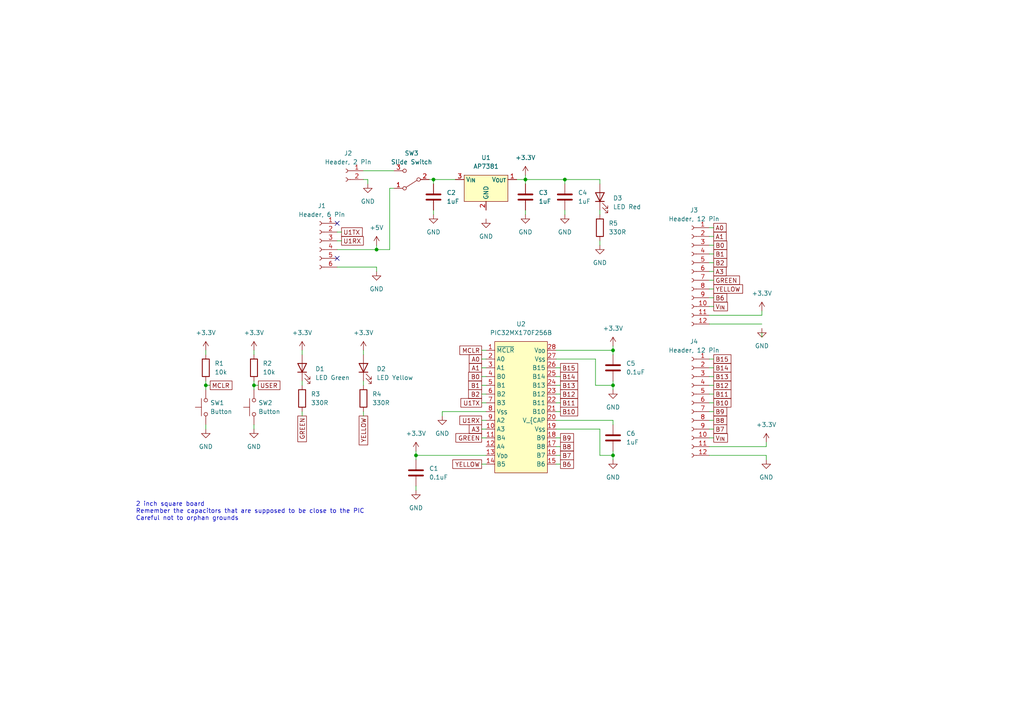
<source format=kicad_sch>
(kicad_sch (version 20211123) (generator eeschema)
  (paper "A4")
  (title_block (title "ME433 HW4 Schematic"))
  (lib_symbols
    (symbol "ME433_Symbols:0.1uF" (pin_numbers hide) (pin_names (offset 0.254))
      (property "Reference" "C" (at 3.81 1.27 0))
      (property "Value" "0.1uF" (at 2.54 -1.27 0))
      (symbol "0.1uF_0_1"
        (polyline (pts (xy -2.032 -0.762) (xy 2.032 -0.762)) (stroke (width 0.508)))
        (polyline (pts (xy -2.032 0.762) (xy 2.032 0.762)) (stroke (width 0.508)))
      )
      (symbol "0.1uF_1_1"
        (pin passive line (at 0 3.81 270) (length 2.794) (name "~") (number "1"))
        (pin passive line (at 0 -3.81 90) (length 2.794) (name "~") (number "2"))
      )
    )
    (symbol "ME433_Symbols:10k" (pin_numbers hide) (pin_names (offset 0))
      (property "Reference" "R" (at -2.54 0 90))
      (property "Value" "10k" (at 2.54 0 90))
      (symbol "10k_0_1"
        (rectangle (start -1.016 -2.54) (end 1.016 2.54) (stroke (width 0.254)))
      )
      (symbol "10k_1_1"
        (pin passive line (at 0 3.81 270) (length 1.27) (name "~") (number "1"))
        (pin passive line (at 0 -3.81 90) (length 1.27) (name "~") (number "2"))
      )
    )
    (symbol "ME433_Symbols:1uF" (pin_numbers hide) (pin_names (offset 0.254))
      (property "Reference" "C" (at 3.81 1.27 0))
      (property "Value" "1uF" (at 2.54 -1.27 0))
      (symbol "1uF_0_1"
        (polyline (pts (xy -2.032 -0.762) (xy 2.032 -0.762)) (stroke (width 0.508)))
        (polyline (pts (xy -2.032 0.762) (xy 2.032 0.762)) (stroke (width 0.508)))
      )
      (symbol "1uF_1_1"
        (pin passive line (at 0 3.81 270) (length 2.794) (name "~") (number "1"))
        (pin passive line (at 0 -3.81 90) (length 2.794) (name "~") (number "2"))
      )
    )
    (symbol "ME433_Symbols:330R" (pin_numbers hide) (pin_names (offset 0))
      (property "Reference" "R" (at -2.54 0 90))
      (property "Value" "330R" (at 2.54 0 90))
      (symbol "330R_0_1"
        (rectangle (start -1.016 -2.54) (end 1.016 2.54) (stroke (width 0.254)))
      )
      (symbol "330R_1_1"
        (pin passive line (at 0 3.81 270) (length 1.27) (name "~") (number "1"))
        (pin passive line (at 0 -3.81 90) (length 1.27) (name "~") (number "2"))
      )
    )
    (symbol "ME433_Symbols:AP7381"
      (property "Reference" "U" (at 0 5.08 0))
      (property "Value" "AP7381" (at 0 2.54 0))
      (symbol "AP7381_0_1"
        (rectangle (start -6.35 1.27) (end 6.35 -6.35) (fill (type background)))
      )
      (symbol "AP7381_1_1"
        (pin power_out line (at 8.89 0 180) (length 2.54) (name "V_{OUT}") (number "1"))
        (pin power_in line (at 0 -8.89 90) (length 2.54) (name "GND") (number "2"))
        (pin power_in line (at -8.89 0 0) (length 2.54) (name "V_{IN}") (number "3"))
      )
    )
    (symbol "ME433_Symbols:Button" (pin_numbers hide) (pin_names (offset 1.016) hide)
      (property "Reference" "SW" (at -2.54 1.27 90))
      (property "Value" "Button" (at 1.524 0 90))
      (symbol "Button_0_1"
        (circle (center 0 -2.032) (radius 0.508))
        (polyline (pts (xy -1.27 0) (xy -3.048 0)))
        (polyline (pts (xy -1.27 2.54) (xy -1.27 -2.54)))
        (circle (center 0 2.032) (radius 0.508))
        (pin passive line (at 0 -5.08 90) (length 2.54) (name "1") (number "1"))
        (pin passive line (at 0 5.08 270) (length 2.54) (name "2") (number "2"))
      )
    )
    (symbol "ME433_Symbols:Header, 12 Pin" (pin_names (offset 1.016) hide)
      (property "Reference" "J" (at 0 15.24 0))
      (property "Value" "Header, 12 Pin" (at 0 -17.78 0))
      (symbol "Header, 12 Pin_1_1"
        (arc (start 0 -14.732) (mid -0.508 -15.24) (end 0 -15.748) (stroke (width 0.1524)))
        (arc (start 0 -12.192) (mid -0.508 -12.7) (end 0 -13.208) (stroke (width 0.1524)))
        (arc (start 0 -9.652) (mid -0.508 -10.16) (end 0 -10.668) (stroke (width 0.1524)))
        (arc (start 0 -7.112) (mid -0.508 -7.62) (end 0 -8.128) (stroke (width 0.1524)))
        (arc (start 0 -4.572) (mid -0.508 -5.08) (end 0 -5.588) (stroke (width 0.1524)))
        (arc (start 0 -2.032) (mid -0.508 -2.54) (end 0 -3.048) (stroke (width 0.1524)))
        (polyline (pts (xy -1.27 -15.24) (xy -0.508 -15.24)) (stroke (width 0.1524)))
        (polyline (pts (xy -1.27 -12.7) (xy -0.508 -12.7)) (stroke (width 0.1524)))
        (polyline (pts (xy -1.27 -10.16) (xy -0.508 -10.16)) (stroke (width 0.1524)))
        (polyline (pts (xy -1.27 -7.62) (xy -0.508 -7.62)) (stroke (width 0.1524)))
        (polyline (pts (xy -1.27 -5.08) (xy -0.508 -5.08)) (stroke (width 0.1524)))
        (polyline (pts (xy -1.27 -2.54) (xy -0.508 -2.54)) (stroke (width 0.1524)))
        (polyline (pts (xy -1.27 0) (xy -0.508 0)) (stroke (width 0.1524)))
        (polyline (pts (xy -1.27 2.54) (xy -0.508 2.54)) (stroke (width 0.1524)))
        (polyline (pts (xy -1.27 5.08) (xy -0.508 5.08)) (stroke (width 0.1524)))
        (polyline (pts (xy -1.27 7.62) (xy -0.508 7.62)) (stroke (width 0.1524)))
        (polyline (pts (xy -1.27 10.16) (xy -0.508 10.16)) (stroke (width 0.1524)))
        (polyline (pts (xy -1.27 12.7) (xy -0.508 12.7)) (stroke (width 0.1524)))
        (arc (start 0 0.508) (mid -0.508 0) (end 0 -0.508) (stroke (width 0.1524)))
        (arc (start 0 3.048) (mid -0.508 2.54) (end 0 2.032) (stroke (width 0.1524)))
        (arc (start 0 5.588) (mid -0.508 5.08) (end 0 4.572) (stroke (width 0.1524)))
        (arc (start 0 8.128) (mid -0.508 7.62) (end 0 7.112) (stroke (width 0.1524)))
        (arc (start 0 10.668) (mid -0.508 10.16) (end 0 9.652) (stroke (width 0.1524)))
        (arc (start 0 13.208) (mid -0.508 12.7) (end 0 12.192) (stroke (width 0.1524)))
        (pin passive line (at -5.08 -15.24 0) (length 3.81) (name "Pin_12") (number "1"))
        (pin passive line (at -5.08 7.62 0) (length 3.81) (name "Pin_3") (number "10"))
        (pin passive line (at -5.08 10.16 0) (length 3.81) (name "Pin_2") (number "11"))
        (pin passive line (at -5.08 12.7 0) (length 3.81) (name "Pin_1") (number "12"))
        (pin passive line (at -5.08 -12.7 0) (length 3.81) (name "Pin_11") (number "2"))
        (pin passive line (at -5.08 -10.16 0) (length 3.81) (name "Pin_10") (number "3"))
        (pin passive line (at -5.08 -7.62 0) (length 3.81) (name "Pin_9") (number "4"))
        (pin passive line (at -5.08 -5.08 0) (length 3.81) (name "Pin_8") (number "5"))
        (pin passive line (at -5.08 -2.54 0) (length 3.81) (name "Pin_7") (number "6"))
        (pin passive line (at -5.08 0 0) (length 3.81) (name "Pin_6") (number "7"))
        (pin passive line (at -5.08 2.54 0) (length 3.81) (name "Pin_5") (number "8"))
        (pin passive line (at -5.08 5.08 0) (length 3.81) (name "Pin_4") (number "9"))
      )
    )
    (symbol "ME433_Symbols:Header, 2 Pin" (pin_names (offset 1.016) hide)
      (property "Reference" "J" (at 0 2.54 0))
      (property "Value" "Header, 2 Pin" (at 0 -5.08 0))
      (symbol "Header, 2 Pin_1_1"
        (arc (start 0 -2.032) (mid -0.508 -2.54) (end 0 -3.048) (stroke (width 0.1524)))
        (polyline (pts (xy -1.27 -2.54) (xy -0.508 -2.54)) (stroke (width 0.1524)))
        (polyline (pts (xy -1.27 0) (xy -0.508 0)) (stroke (width 0.1524)))
        (arc (start 0 0.508) (mid -0.508 0) (end 0 -0.508) (stroke (width 0.1524)))
        (pin passive line (at -5.08 -2.54 0) (length 3.81) (name "Pin_2") (number "1"))
        (pin passive line (at -5.08 0 0) (length 3.81) (name "Pin_1") (number "2"))
      )
    )
    (symbol "ME433_Symbols:Header, 6 Pin" (pin_names (offset 1.016) hide)
      (property "Reference" "J" (at 0 7.62 0))
      (property "Value" "Header, 6 Pin" (at 0 -10.16 0))
      (symbol "Header, 6 Pin_1_1"
        (arc (start 0 -7.112) (mid -0.508 -7.62) (end 0 -8.128) (stroke (width 0.1524)))
        (arc (start 0 -4.572) (mid -0.508 -5.08) (end 0 -5.588) (stroke (width 0.1524)))
        (arc (start 0 -2.032) (mid -0.508 -2.54) (end 0 -3.048) (stroke (width 0.1524)))
        (polyline (pts (xy -1.27 -7.62) (xy -0.508 -7.62)) (stroke (width 0.1524)))
        (polyline (pts (xy -1.27 -5.08) (xy -0.508 -5.08)) (stroke (width 0.1524)))
        (polyline (pts (xy -1.27 -2.54) (xy -0.508 -2.54)) (stroke (width 0.1524)))
        (polyline (pts (xy -1.27 0) (xy -0.508 0)) (stroke (width 0.1524)))
        (polyline (pts (xy -1.27 2.54) (xy -0.508 2.54)) (stroke (width 0.1524)))
        (polyline (pts (xy -1.27 5.08) (xy -0.508 5.08)) (stroke (width 0.1524)))
        (arc (start 0 0.508) (mid -0.508 0) (end 0 -0.508) (stroke (width 0.1524)))
        (arc (start 0 3.048) (mid -0.508 2.54) (end 0 2.032) (stroke (width 0.1524)))
        (arc (start 0 5.588) (mid -0.508 5.08) (end 0 4.572) (stroke (width 0.1524)))
        (pin passive line (at -5.08 -7.62 0) (length 3.81) (name "Pin_6") (number "1"))
        (pin passive line (at -5.08 -5.08 0) (length 3.81) (name "Pin_5") (number "2"))
        (pin passive line (at -5.08 -2.54 0) (length 3.81) (name "Pin_4") (number "3"))
        (pin passive line (at -5.08 0 0) (length 3.81) (name "Pin_3") (number "4"))
        (pin passive line (at -5.08 2.54 0) (length 3.81) (name "Pin_2") (number "5"))
        (pin passive line (at -5.08 5.08 0) (length 3.81) (name "Pin_1") (number "6"))
      )
    )
    (symbol "ME433_Symbols:LED Green" (pin_numbers hide) (pin_names (offset 1.016) hide)
      (property "Reference" "D" (at -2.54 0 90))
      (property "Value" "LED Green" (at 3.81 0 90))
      (symbol "LED Green_0_1"
        (polyline (pts (xy 0 -1.27) (xy 0 1.27)))
        (polyline (pts (xy 1.27 -1.27) (xy -1.27 -1.27)) (stroke (width 0.254)))
        (polyline (pts (xy 1.27 1.27) (xy -1.27 1.27) (xy 0 -1.27) (xy 1.27 1.27)) (stroke (width 0.254)))
        (polyline (pts (xy 0.762 -3.048) (xy 2.286 -4.572) (xy 2.286 -3.81) (xy 2.286 -4.572) (xy 1.524 -4.572)))
        (polyline (pts (xy 0.762 -1.778) (xy 2.286 -3.302) (xy 2.286 -2.54) (xy 2.286 -3.302) (xy 1.524 -3.302)))
      )
      (symbol "LED Green_1_1"
        (pin passive line (at 0 -3.81 90) (length 2.54) (name "K") (number "1"))
        (pin passive line (at 0 3.81 270) (length 2.54) (name "A") (number "2"))
      )
    )
    (symbol "ME433_Symbols:LED Red" (pin_numbers hide) (pin_names (offset 1.016) hide)
      (property "Reference" "D" (at -2.54 0 90))
      (property "Value" "LED Red" (at 3.81 0 90))
      (symbol "LED Red_0_1"
        (polyline (pts (xy 0 -1.27) (xy 0 1.27)))
        (polyline (pts (xy 1.27 -1.27) (xy -1.27 -1.27)) (stroke (width 0.254)))
        (polyline (pts (xy 1.27 1.27) (xy -1.27 1.27) (xy 0 -1.27) (xy 1.27 1.27)) (stroke (width 0.254)))
        (polyline (pts (xy 0.762 -3.048) (xy 2.286 -4.572) (xy 2.286 -3.81) (xy 2.286 -4.572) (xy 1.524 -4.572)))
        (polyline (pts (xy 0.762 -1.778) (xy 2.286 -3.302) (xy 2.286 -2.54) (xy 2.286 -3.302) (xy 1.524 -3.302)))
      )
      (symbol "LED Red_1_1"
        (pin passive line (at 0 -3.81 90) (length 2.54) (name "K") (number "1"))
        (pin passive line (at 0 3.81 270) (length 2.54) (name "A") (number "2"))
      )
    )
    (symbol "ME433_Symbols:LED Yellow" (pin_numbers hide) (pin_names (offset 1.016) hide)
      (property "Reference" "D" (at -2.54 0 90))
      (property "Value" "LED Yellow" (at 3.81 0 90))
      (symbol "LED Yellow_0_1"
        (polyline (pts (xy 0 -1.27) (xy 0 1.27)))
        (polyline (pts (xy 1.27 -1.27) (xy -1.27 -1.27)) (stroke (width 0.254)))
        (polyline (pts (xy 1.27 1.27) (xy -1.27 1.27) (xy 0 -1.27) (xy 1.27 1.27)) (stroke (width 0.254)))
        (polyline (pts (xy 0.762 -3.048) (xy 2.286 -4.572) (xy 2.286 -3.81) (xy 2.286 -4.572) (xy 1.524 -4.572)))
        (polyline (pts (xy 0.762 -1.778) (xy 2.286 -3.302) (xy 2.286 -2.54) (xy 2.286 -3.302) (xy 1.524 -3.302)))
      )
      (symbol "LED Yellow_1_1"
        (pin passive line (at 0 -3.81 90) (length 2.54) (name "K") (number "1"))
        (pin passive line (at 0 3.81 270) (length 2.54) (name "A") (number "2"))
      )
    )
    (symbol "ME433_Symbols:PIC32MX170F256B"
      (property "Reference" "U" (at 0 22.86 0))
      (property "Value" "PIC32MX170F256B" (at 0 20.32 0))
      (symbol "PIC32MX170F256B_0_1"
        (rectangle (start -7.62 19.05) (end 7.62 -19.05) (fill (type background)))
      )
      (symbol "PIC32MX170F256B_1_1"
        (pin input line (at -10.16 16.51 0) (length 2.54) (name "~{MCLR}") (number "1"))
        (pin input line (at -10.16 -6.35 0) (length 2.54) (name "A3") (number "10"))
        (pin input line (at -10.16 -8.89 0) (length 2.54) (name "B4") (number "11"))
        (pin input line (at -10.16 -11.43 0) (length 2.54) (name "A4") (number "12"))
        (pin power_in line (at -10.16 -13.97 0) (length 2.54) (name "V_{DD}") (number "13"))
        (pin input line (at -10.16 -16.51 0) (length 2.54) (name "B5") (number "14"))
        (pin input line (at 10.16 -16.51 180) (length 2.54) (name "B6") (number "15"))
        (pin input line (at 10.16 -13.97 180) (length 2.54) (name "B7") (number "16"))
        (pin input line (at 10.16 -11.43 180) (length 2.54) (name "B8") (number "17"))
        (pin input line (at 10.16 -8.89 180) (length 2.54) (name "B9") (number "18"))
        (pin input line (at 10.16 -6.35 180) (length 2.54) (name "V_{SS}") (number "19"))
        (pin input line (at -10.16 13.97 0) (length 2.54) (name "A0") (number "2"))
        (pin input line (at 10.16 -3.81 180) (length 2.54) (name "V_{CAP") (number "20"))
        (pin input line (at 10.16 -1.27 180) (length 2.54) (name "B10") (number "21"))
        (pin input line (at 10.16 1.27 180) (length 2.54) (name "B11") (number "22"))
        (pin input line (at 10.16 3.81 180) (length 2.54) (name "B12") (number "23"))
        (pin input line (at 10.16 6.35 180) (length 2.54) (name "B13") (number "24"))
        (pin input line (at 10.16 8.89 180) (length 2.54) (name "B14") (number "25"))
        (pin input line (at 10.16 11.43 180) (length 2.54) (name "B15") (number "26"))
        (pin input line (at 10.16 13.97 180) (length 2.54) (name "V_{SS}") (number "27"))
        (pin input line (at 10.16 16.51 180) (length 2.54) (name "V_{DD}") (number "28"))
        (pin input line (at -10.16 11.43 0) (length 2.54) (name "A1") (number "3"))
        (pin input line (at -10.16 8.89 0) (length 2.54) (name "B0") (number "4"))
        (pin input line (at -10.16 6.35 0) (length 2.54) (name "B1") (number "5"))
        (pin input line (at -10.16 3.81 0) (length 2.54) (name "B2") (number "6"))
        (pin input line (at -10.16 1.27 0) (length 2.54) (name "B3") (number "7"))
        (pin power_out line (at -10.16 -1.27 0) (length 2.54) (name "V_{SS}") (number "8"))
        (pin input line (at -10.16 -3.81 0) (length 2.54) (name "A2") (number "9"))
      )
    )
    (symbol "ME433_Symbols:Slide Switch" (pin_names (offset 0) hide)
      (property "Reference" "SW" (at -3.175 2.54 0))
      (property "Value" "Slide Switch" (at 0 -5.08 0))
      (symbol "Slide Switch_0_0"
        (circle (center -2.032 0) (radius 0.508))
        (circle (center 2.032 -2.54) (radius 0.508))
      )
      (symbol "Slide Switch_0_1"
        (polyline (pts (xy -1.524 0.254) (xy 1.651 2.286)))
        (circle (center 2.032 2.54) (radius 0.508))
      )
      (symbol "Slide Switch_1_1"
        (pin passive line (at 5.08 2.54 180) (length 2.54) (name "A") (number "1"))
        (pin passive line (at -5.08 0 0) (length 2.54) (name "B") (number "2"))
        (pin passive line (at 5.08 -2.54 180) (length 2.54) (name "C") (number "3"))
      )
    )
    (symbol "power:+3.3V" (power) (pin_names (offset 0))
      (property "Value" "+3.3V" (at 0 3.556 0))
      (symbol "+3.3V_0_1"
        (polyline (pts (xy -0.762 1.27) (xy 0 2.54)))
        (polyline (pts (xy 0 0) (xy 0 2.54)))
        (polyline (pts (xy 0 2.54) (xy 0.762 1.27)))
      )
      (symbol "+3.3V_1_1"
        (pin power_in line (at 0 0 90) (length 0) hide (name "+3.3V") (number "1"))
      )
    )
    (symbol "power:+5V" (power) (pin_names (offset 0))
      (property "Value" "+5V" (at 0 3.556 0))
      (symbol "+5V_0_1"
        (polyline (pts (xy -0.762 1.27) (xy 0 2.54)))
        (polyline (pts (xy 0 0) (xy 0 2.54)))
        (polyline (pts (xy 0 2.54) (xy 0.762 1.27)))
      )
      (symbol "+5V_1_1"
        (pin power_in line (at 0 0 90) (length 0) hide (name "+5V") (number "1"))
      )
    )
    (symbol "power:GND" (power) (pin_names (offset 0))
      (property "Value" "GND" (at 0 -3.81 0))
      (symbol "GND_0_1"
        (polyline (pts (xy 0 0) (xy 0 -1.27) (xy 1.27 -1.27) (xy 0 -2.54) (xy -1.27 -1.27) (xy 0 -1.27)))
      )
      (symbol "GND_1_1"
        (pin power_in line (at 0 0 270) (length 0) hide (name "GND") (number "1"))
      )
    )
  )
  (junction (at 59.69 111.76))
  (junction (at 120.65 132.08))
  (junction (at 73.66 111.76))
  (junction (at 177.8 111.76))
  (junction (at 163.83 52.07))
  (junction (at 125.73 52.07))
  (junction (at 177.8 101.6))
  (junction (at 109.22 72.39))
  (junction (at 152.4 52.07))
  (junction (at 177.8 132.08))
  (no_connect (at 97.79 74.93))
  (no_connect (at 97.79 64.77))
  (wire (pts (xy 205.74 76.2) (xy 207.01 76.2)))
  (wire (pts (xy 97.79 69.85) (xy 99.06 69.85)))
  (wire (pts (xy 161.29 127) (xy 162.56 127)))
  (wire (pts (xy 205.74 81.28) (xy 207.01 81.28)))
  (wire (pts (xy 161.29 124.46) (xy 173.99 124.46)))
  (wire (pts (xy 120.65 140.97) (xy 120.65 142.24)))
  (wire (pts (xy 120.65 130.81) (xy 120.65 132.08)))
  (wire (pts (xy 59.69 110.49) (xy 59.69 111.76)))
  (wire (pts (xy 222.25 132.08) (xy 222.25 133.35)))
  (wire (pts (xy 205.74 104.14) (xy 207.01 104.14)))
  (wire (pts (xy 205.74 71.12) (xy 207.01 71.12)))
  (wire (pts (xy 139.7 127) (xy 140.97 127)))
  (wire (pts (xy 205.74 86.36) (xy 207.01 86.36)))
  (wire (pts (xy 87.63 110.49) (xy 87.63 111.76)))
  (wire (pts (xy 173.99 132.08) (xy 177.8 132.08)))
  (wire (pts (xy 220.98 91.44) (xy 220.98 90.17)))
  (wire (pts (xy 97.79 67.31) (xy 99.06 67.31)))
  (wire (pts (xy 113.03 54.61) (xy 113.03 72.39)))
  (wire (pts (xy 139.7 121.92) (xy 140.97 121.92)))
  (wire (pts (xy 140.97 132.08) (xy 120.65 132.08)))
  (wire (pts (xy 139.7 116.84) (xy 140.97 116.84)))
  (wire (pts (xy 177.8 100.33) (xy 177.8 101.6)))
  (wire (pts (xy 205.74 111.76) (xy 207.01 111.76)))
  (wire (pts (xy 139.7 101.6) (xy 140.97 101.6)))
  (wire (pts (xy 59.69 101.6) (xy 59.69 102.87)))
  (wire (pts (xy 152.4 60.96) (xy 152.4 62.23)))
  (wire (pts (xy 205.74 106.68) (xy 207.01 106.68)))
  (wire (pts (xy 163.83 52.07) (xy 173.99 52.07)))
  (wire (pts (xy 205.74 121.92) (xy 207.01 121.92)))
  (wire (pts (xy 161.29 116.84) (xy 162.56 116.84)))
  (wire (pts (xy 172.72 104.14) (xy 172.72 111.76)))
  (wire (pts (xy 139.7 134.62) (xy 140.97 134.62)))
  (wire (pts (xy 177.8 121.92) (xy 177.8 123.19)))
  (wire (pts (xy 205.74 119.38) (xy 207.01 119.38)))
  (wire (pts (xy 177.8 101.6) (xy 177.8 102.87)))
  (wire (pts (xy 205.74 132.08) (xy 222.25 132.08)))
  (wire (pts (xy 87.63 119.38) (xy 87.63 120.65)))
  (wire (pts (xy 152.4 52.07) (xy 163.83 52.07)))
  (wire (pts (xy 73.66 110.49) (xy 73.66 111.76)))
  (wire (pts (xy 97.79 72.39) (xy 109.22 72.39)))
  (wire (pts (xy 173.99 52.07) (xy 173.99 53.34)))
  (wire (pts (xy 87.63 101.6) (xy 87.63 102.87)))
  (wire (pts (xy 105.41 110.49) (xy 105.41 111.76)))
  (wire (pts (xy 120.65 132.08) (xy 120.65 133.35)))
  (wire (pts (xy 173.99 69.85) (xy 173.99 71.12)))
  (wire (pts (xy 105.41 49.53) (xy 114.3 49.53)))
  (wire (pts (xy 205.74 93.98) (xy 220.98 93.98)))
  (wire (pts (xy 205.74 78.74) (xy 207.01 78.74)))
  (wire (pts (xy 59.69 111.76) (xy 60.96 111.76)))
  (wire (pts (xy 149.86 52.07) (xy 152.4 52.07)))
  (wire (pts (xy 139.7 109.22) (xy 140.97 109.22)))
  (wire (pts (xy 73.66 111.76) (xy 73.66 113.03)))
  (wire (pts (xy 152.4 52.07) (xy 152.4 53.34)))
  (wire (pts (xy 105.41 52.07) (xy 106.68 52.07)))
  (wire (pts (xy 163.83 52.07) (xy 163.83 53.34)))
  (wire (pts (xy 205.74 116.84) (xy 207.01 116.84)))
  (wire (pts (xy 128.27 119.38) (xy 128.27 120.65)))
  (wire (pts (xy 161.29 129.54) (xy 162.56 129.54)))
  (wire (pts (xy 173.99 60.96) (xy 173.99 62.23)))
  (wire (pts (xy 125.73 53.34) (xy 125.73 52.07)))
  (wire (pts (xy 97.79 77.47) (xy 109.22 77.47)))
  (wire (pts (xy 59.69 123.19) (xy 59.69 124.46)))
  (wire (pts (xy 205.74 91.44) (xy 220.98 91.44)))
  (wire (pts (xy 105.41 119.38) (xy 105.41 120.65)))
  (wire (pts (xy 205.74 129.54) (xy 222.25 129.54)))
  (wire (pts (xy 139.7 114.3) (xy 140.97 114.3)))
  (wire (pts (xy 205.74 73.66) (xy 207.01 73.66)))
  (wire (pts (xy 73.66 111.76) (xy 74.93 111.76)))
  (wire (pts (xy 73.66 123.19) (xy 73.66 124.46)))
  (wire (pts (xy 205.74 88.9) (xy 207.01 88.9)))
  (wire (pts (xy 59.69 111.76) (xy 59.69 113.03)))
  (wire (pts (xy 139.7 104.14) (xy 140.97 104.14)))
  (wire (pts (xy 161.29 111.76) (xy 162.56 111.76)))
  (wire (pts (xy 106.68 52.07) (xy 106.68 53.34)))
  (wire (pts (xy 161.29 119.38) (xy 162.56 119.38)))
  (wire (pts (xy 205.74 124.46) (xy 207.01 124.46)))
  (wire (pts (xy 73.66 101.6) (xy 73.66 102.87)))
  (wire (pts (xy 205.74 83.82) (xy 207.01 83.82)))
  (wire (pts (xy 177.8 110.49) (xy 177.8 111.76)))
  (wire (pts (xy 161.29 106.68) (xy 162.56 106.68)))
  (wire (pts (xy 161.29 104.14) (xy 172.72 104.14)))
  (wire (pts (xy 161.29 132.08) (xy 162.56 132.08)))
  (wire (pts (xy 205.74 66.04) (xy 207.01 66.04)))
  (wire (pts (xy 139.7 106.68) (xy 140.97 106.68)))
  (wire (pts (xy 139.7 124.46) (xy 140.97 124.46)))
  (wire (pts (xy 172.72 111.76) (xy 177.8 111.76)))
  (wire (pts (xy 173.99 124.46) (xy 173.99 132.08)))
  (wire (pts (xy 161.29 101.6) (xy 177.8 101.6)))
  (wire (pts (xy 109.22 72.39) (xy 113.03 72.39)))
  (wire (pts (xy 220.98 96.52) (xy 220.98 97.79)))
  (wire (pts (xy 161.29 121.92) (xy 177.8 121.92)))
  (wire (pts (xy 152.4 50.8) (xy 152.4 52.07)))
  (wire (pts (xy 163.83 60.96) (xy 163.83 62.23)))
  (wire (pts (xy 222.25 129.54) (xy 222.25 128.27)))
  (wire (pts (xy 114.3 54.61) (xy 113.03 54.61)))
  (wire (pts (xy 125.73 52.07) (xy 132.08 52.07)))
  (wire (pts (xy 109.22 71.12) (xy 109.22 72.39)))
  (wire (pts (xy 161.29 109.22) (xy 162.56 109.22)))
  (wire (pts (xy 125.73 60.96) (xy 125.73 62.23)))
  (wire (pts (xy 177.8 111.76) (xy 177.8 113.03)))
  (wire (pts (xy 139.7 111.76) (xy 140.97 111.76)))
  (wire (pts (xy 161.29 114.3) (xy 162.56 114.3)))
  (wire (pts (xy 161.29 134.62) (xy 162.56 134.62)))
  (wire (pts (xy 205.74 127) (xy 207.01 127)))
  (wire (pts (xy 205.74 68.58) (xy 207.01 68.58)))
  (wire (pts (xy 124.46 52.07) (xy 125.73 52.07)))
  (wire (pts (xy 109.22 77.47) (xy 109.22 78.74)))
  (wire (pts (xy 140.97 119.38) (xy 128.27 119.38)))
  (wire (pts (xy 105.41 101.6) (xy 105.41 102.87)))
  (wire (pts (xy 205.74 109.22) (xy 207.01 109.22)))
  (wire (pts (xy 177.8 132.08) (xy 177.8 133.35)))
  (wire (pts (xy 177.8 130.81) (xy 177.8 132.08)))
  (wire (pts (xy 205.74 114.3) (xy 207.01 114.3)))
  (text "2 inch square board\nRemember the capacitors that are supposed to be close to the PIC\nCareful not to orphan grounds\n" (at 39.37 151.13 0) (effects (font (size 1.27 1.27)) (justify left bottom)))
  (global_label "V_{IN}" (shape passive) (at 207.01 127 0) (property "Intersheet References" "${INTERSHEET_REFS}" (effects hide)))
  (global_label "MCLR" (shape passive) (at 139.7 101.6 180) (property "Intersheet References" "${INTERSHEET_REFS}" (effects hide)))
  (global_label "B10" (shape passive) (at 162.56 119.38 0) (property "Intersheet References" "${INTERSHEET_REFS}" (effects hide)))
  (global_label "GREEN" (shape passive) (at 139.7 127 180) (property "Intersheet References" "${INTERSHEET_REFS}" (effects hide)))
  (global_label "USER" (shape passive) (at 74.93 111.76 0) (property "Intersheet References" "${INTERSHEET_REFS}" (effects hide)))
  (global_label "B2" (shape passive) (at 207.01 76.2 0) (property "Intersheet References" "${INTERSHEET_REFS}" (effects hide)))
  (global_label "B14" (shape passive) (at 207.01 106.68 0) (property "Intersheet References" "${INTERSHEET_REFS}" (effects hide)))
  (global_label "B8" (shape passive) (at 162.56 129.54 0) (property "Intersheet References" "${INTERSHEET_REFS}" (effects hide)))
  (global_label "B13" (shape passive) (at 162.56 111.76 0) (property "Intersheet References" "${INTERSHEET_REFS}" (effects hide)))
  (global_label "B10" (shape passive) (at 207.01 116.84 0) (property "Intersheet References" "${INTERSHEET_REFS}" (effects hide)))
  (global_label "A0" (shape passive) (at 207.01 66.04 0) (property "Intersheet References" "${INTERSHEET_REFS}" (effects hide)))
  (global_label "U1RX" (shape passive) (at 99.06 69.85 0) (property "Intersheet References" "${INTERSHEET_REFS}" (effects hide)))
  (global_label "U1RX" (shape passive) (at 139.7 121.92 180) (property "Intersheet References" "${INTERSHEET_REFS}" (effects hide)))
  (global_label "B9" (shape passive) (at 207.01 119.38 0) (property "Intersheet References" "${INTERSHEET_REFS}" (effects hide)))
  (global_label "GREEN" (shape passive) (at 207.01 81.28 0) (property "Intersheet References" "${INTERSHEET_REFS}" (effects hide)))
  (global_label "B2" (shape passive) (at 139.7 114.3 180) (property "Intersheet References" "${INTERSHEET_REFS}" (effects hide)))
  (global_label "B7" (shape passive) (at 207.01 124.46 0) (property "Intersheet References" "${INTERSHEET_REFS}" (effects hide)))
  (global_label "B11" (shape passive) (at 207.01 114.3 0) (property "Intersheet References" "${INTERSHEET_REFS}" (effects hide)))
  (global_label "B1" (shape passive) (at 207.01 73.66 0) (property "Intersheet References" "${INTERSHEET_REFS}" (effects hide)))
  (global_label "B12" (shape passive) (at 207.01 111.76 0) (property "Intersheet References" "${INTERSHEET_REFS}" (effects hide)))
  (global_label "B12" (shape passive) (at 162.56 114.3 0) (property "Intersheet References" "${INTERSHEET_REFS}" (effects hide)))
  (global_label "A3" (shape passive) (at 207.01 78.74 0) (property "Intersheet References" "${INTERSHEET_REFS}" (effects hide)))
  (global_label "YELLOW" (shape passive) (at 105.41 120.65 270) (property "Intersheet References" "${INTERSHEET_REFS}" (effects hide)))
  (global_label "U1TX" (shape passive) (at 139.7 116.84 180) (property "Intersheet References" "${INTERSHEET_REFS}" (effects hide)))
  (global_label "A1" (shape passive) (at 207.01 68.58 0) (property "Intersheet References" "${INTERSHEET_REFS}" (effects hide)))
  (global_label "B13" (shape passive) (at 207.01 109.22 0) (property "Intersheet References" "${INTERSHEET_REFS}" (effects hide)))
  (global_label "A3" (shape passive) (at 139.7 124.46 180) (property "Intersheet References" "${INTERSHEET_REFS}" (effects hide)))
  (global_label "YELLOW" (shape passive) (at 139.7 134.62 180) (property "Intersheet References" "${INTERSHEET_REFS}" (effects hide)))
  (global_label "B1" (shape passive) (at 139.7 111.76 180) (property "Intersheet References" "${INTERSHEET_REFS}" (effects hide)))
  (global_label "B0" (shape passive) (at 139.7 109.22 180) (property "Intersheet References" "${INTERSHEET_REFS}" (effects hide)))
  (global_label "B7" (shape passive) (at 162.56 132.08 0) (property "Intersheet References" "${INTERSHEET_REFS}" (effects hide)))
  (global_label "B15" (shape passive) (at 162.56 106.68 0) (property "Intersheet References" "${INTERSHEET_REFS}" (effects hide)))
  (global_label "U1TX" (shape passive) (at 99.06 67.31 0) (property "Intersheet References" "${INTERSHEET_REFS}" (effects hide)))
  (global_label "V_{IN}" (shape passive) (at 207.01 88.9 0) (property "Intersheet References" "${INTERSHEET_REFS}" (effects hide)))
  (global_label "B6" (shape passive) (at 162.56 134.62 0) (property "Intersheet References" "${INTERSHEET_REFS}" (effects hide)))
  (global_label "B8" (shape passive) (at 207.01 121.92 0) (property "Intersheet References" "${INTERSHEET_REFS}" (effects hide)))
  (global_label "A0" (shape passive) (at 139.7 104.14 180) (property "Intersheet References" "${INTERSHEET_REFS}" (effects hide)))
  (global_label "B6" (shape passive) (at 207.01 86.36 0) (property "Intersheet References" "${INTERSHEET_REFS}" (effects hide)))
  (global_label "B14" (shape passive) (at 162.56 109.22 0) (property "Intersheet References" "${INTERSHEET_REFS}" (effects hide)))
  (global_label "B15" (shape passive) (at 207.01 104.14 0) (property "Intersheet References" "${INTERSHEET_REFS}" (effects hide)))
  (global_label "YELLOW" (shape passive) (at 207.01 83.82 0) (property "Intersheet References" "${INTERSHEET_REFS}" (effects hide)))
  (global_label "GREEN" (shape passive) (at 87.63 120.65 270) (property "Intersheet References" "${INTERSHEET_REFS}" (effects hide)))
  (global_label "A1" (shape passive) (at 139.7 106.68 180) (property "Intersheet References" "${INTERSHEET_REFS}" (effects hide)))
  (global_label "B0" (shape passive) (at 207.01 71.12 0) (property "Intersheet References" "${INTERSHEET_REFS}" (effects hide)))
  (global_label "B11" (shape passive) (at 162.56 116.84 0) (property "Intersheet References" "${INTERSHEET_REFS}" (effects hide)))
  (global_label "MCLR" (shape passive) (at 60.96 111.76 0) (property "Intersheet References" "${INTERSHEET_REFS}" (effects hide)))
  (global_label "B9" (shape passive) (at 162.56 127 0) (property "Intersheet References" "${INTERSHEET_REFS}" (effects hide)))
  (symbol (lib_id "power:GND") (at 173.99 71.12 0) (unit 1)
    (property "Reference" "#PWR018" (effects hide))
    (property "Value" "GND" (at 173.99 76.2 0))
  )
  (symbol (lib_id "power:+3.3V") (at 177.8 100.33 0) (unit 1)
    (property "Reference" "#PWR019" (effects hide))
    (property "Value" "+3.3V" (at 177.8 95.25 0))
  )
  (symbol (lib_id "ME433_Symbols:1uF") (at 125.73 57.15 0) (unit 1)
    (property "Reference" "C2" (at 129.54 55.8799 0) (effects (justify left)))
    (property "Value" "1uF" (at 129.54 58.4199 0) (effects (justify left)))
  )
  (symbol (lib_id "ME433_Symbols:Slide Switch") (at 119.38 52.07 180) (unit 1)
    (property "Reference" "SW3" (at 119.38 44.45 0))
    (property "Value" "Slide Switch" (at 119.38 46.99 0))
  )
  (symbol (lib_id "power:GND") (at 222.25 133.35 0) (unit 1)
    (property "Reference" "#PWR025" (effects hide))
    (property "Value" "GND" (at 222.25 138.43 0))
  )
  (symbol (lib_id "ME433_Symbols:Header, 2 Pin") (at 100.33 52.07 180) (unit 1)
    (property "Reference" "J2" (at 100.965 44.45 0))
    (property "Value" "Header, 2 Pin" (at 100.965 46.99 0))
  )
  (symbol (lib_id "power:GND") (at 125.73 62.23 0) (unit 1)
    (property "Reference" "#PWR012" (effects hide))
    (property "Value" "GND" (at 125.73 67.31 0))
  )
  (symbol (lib_id "ME433_Symbols:10k") (at 73.66 106.68 0) (unit 1)
    (property "Reference" "R2" (at 76.2 105.4099 0) (effects (justify left)))
    (property "Value" "10k" (at 76.2 107.9499 0) (effects (justify left)))
  )
  (symbol (lib_id "ME433_Symbols:AP7381") (at 140.97 52.07 0) (unit 1)
    (property "Reference" "U1" (at 140.97 45.72 0))
    (property "Value" "AP7381" (at 140.97 48.26 0))
  )
  (symbol (lib_id "power:+3.3V") (at 87.63 101.6 0) (unit 1)
    (property "Reference" "#PWR05" (effects hide))
    (property "Value" "+3.3V" (at 87.63 96.52 0))
  )
  (symbol (lib_id "ME433_Symbols:330R") (at 87.63 115.57 0) (unit 1)
    (property "Reference" "R3" (at 90.17 114.2999 0) (effects (justify left)))
    (property "Value" "330R" (at 90.17 116.8399 0) (effects (justify left)))
  )
  (symbol (lib_id "ME433_Symbols:Button") (at 73.66 118.11 0) (unit 1)
    (property "Reference" "SW2" (at 74.93 116.8399 0) (effects (justify left)))
    (property "Value" "Button" (at 74.93 119.3799 0) (effects (justify left)))
  )
  (symbol (lib_id "ME433_Symbols:330R") (at 173.99 66.04 0) (unit 1)
    (property "Reference" "R5" (at 176.53 64.7699 0) (effects (justify left)))
    (property "Value" "330R" (at 176.53 67.3099 0) (effects (justify left)))
  )
  (symbol (lib_id "ME433_Symbols:0.1uF") (at 177.8 106.68 0) (unit 1)
    (property "Reference" "C5" (at 181.61 105.4099 0) (effects (justify left)))
    (property "Value" "0.1uF" (at 181.61 107.9499 0) (effects (justify left)))
  )
  (symbol (lib_id "power:GND") (at 163.83 62.23 0) (unit 1)
    (property "Reference" "#PWR017" (effects hide))
    (property "Value" "GND" (at 163.83 67.31 0))
  )
  (symbol (lib_id "power:GND") (at 177.8 133.35 0) (unit 1)
    (property "Reference" "#PWR021" (effects hide))
    (property "Value" "GND" (at 177.8 138.43 0))
  )
  (symbol (lib_id "power:GND") (at 140.97 63.5 0) (unit 1)
    (property "Reference" "#PWR014" (effects hide))
    (property "Value" "GND" (at 140.97 68.58 0))
  )
  (symbol (lib_id "ME433_Symbols:Header, 12 Pin") (at 200.66 81.28 180) (unit 1)
    (property "Reference" "J3" (at 201.295 60.96 0))
    (property "Value" "Header, 12 Pin" (at 201.295 63.5 0))
  )
  (symbol (lib_id "power:GND") (at 109.22 78.74 0) (unit 1)
    (property "Reference" "#PWR09" (effects hide))
    (property "Value" "GND" (at 109.22 83.82 0))
  )
  (symbol (lib_id "ME433_Symbols:LED Yellow") (at 105.41 106.68 0) (unit 1)
    (property "Reference" "D2" (at 109.22 106.9974 0) (effects (justify left)))
    (property "Value" "LED Yellow" (at 109.22 109.5374 0) (effects (justify left)))
  )
  (symbol (lib_id "power:GND") (at 73.66 124.46 0) (unit 1)
    (property "Reference" "#PWR04" (effects hide))
    (property "Value" "GND" (at 73.66 129.54 0))
  )
  (symbol (lib_id "power:+3.3V") (at 59.69 101.6 0) (unit 1)
    (property "Reference" "#PWR01" (effects hide))
    (property "Value" "+3.3V" (at 59.69 96.52 0))
  )
  (symbol (lib_id "ME433_Symbols:LED Green") (at 87.63 106.68 0) (unit 1)
    (property "Reference" "D1" (at 91.44 106.9974 0) (effects (justify left)))
    (property "Value" "LED Green" (at 91.44 109.5374 0) (effects (justify left)))
  )
  (symbol (lib_id "power:GND") (at 220.98 95.25 0) (unit 1)
    (property "Reference" "#PWR023" (effects hide))
    (property "Value" "GND" (at 220.98 100.33 0))
  )
  (symbol (lib_id "ME433_Symbols:LED Red") (at 173.99 57.15 0) (unit 1)
    (property "Reference" "D3" (at 177.8 57.4674 0) (effects (justify left)))
    (property "Value" "LED Red" (at 177.8 60.0074 0) (effects (justify left)))
  )
  (symbol (lib_id "power:+3.3V") (at 222.25 128.27 0) (unit 1)
    (property "Reference" "#PWR024" (effects hide))
    (property "Value" "+3.3V" (at 222.25 123.19 0))
  )
  (symbol (lib_id "ME433_Symbols:330R") (at 105.41 115.57 0) (unit 1)
    (property "Reference" "R4" (at 107.95 114.2999 0) (effects (justify left)))
    (property "Value" "330R" (at 107.95 116.8399 0) (effects (justify left)))
  )
  (symbol (lib_id "ME433_Symbols:1uF") (at 177.8 127 0) (unit 1)
    (property "Reference" "C6" (at 181.61 125.7299 0) (effects (justify left)))
    (property "Value" "1uF" (at 181.61 128.2699 0) (effects (justify left)))
  )
  (symbol (lib_id "power:GND") (at 106.68 53.34 0) (unit 1)
    (property "Reference" "#PWR07" (effects hide))
    (property "Value" "GND" (at 106.68 58.42 0))
  )
  (symbol (lib_id "power:GND") (at 120.65 142.24 0) (unit 1)
    (property "Reference" "#PWR011" (effects hide))
    (property "Value" "GND" (at 120.65 147.32 0))
  )
  (symbol (lib_id "power:GND") (at 59.69 124.46 0) (unit 1)
    (property "Reference" "#PWR02" (effects hide))
    (property "Value" "GND" (at 59.69 129.54 0))
  )
  (symbol (lib_id "power:+5V") (at 109.22 71.12 0) (unit 1)
    (property "Reference" "#PWR08" (effects hide))
    (property "Value" "+5V" (at 109.22 66.04 0))
  )
  (symbol (lib_id "power:+3.3V") (at 152.4 50.8 0) (unit 1)
    (property "Reference" "#PWR015" (effects hide))
    (property "Value" "+3.3V" (at 152.4 45.72 0))
  )
  (symbol (lib_id "ME433_Symbols:Header, 6 Pin") (at 92.71 72.39 180) (unit 1)
    (property "Reference" "J1" (at 93.345 59.69 0))
    (property "Value" "Header, 6 Pin" (at 93.345 62.23 0))
  )
  (symbol (lib_id "power:GND") (at 177.8 113.03 0) (unit 1)
    (property "Reference" "#PWR020" (effects hide))
    (property "Value" "GND" (at 177.8 118.11 0))
  )
  (symbol (lib_id "ME433_Symbols:PIC32MX170F256B") (at 151.13 118.11 0) (unit 1)
    (property "Reference" "U2" (at 151.13 93.98 0))
    (property "Value" "PIC32MX170F256B" (at 151.13 96.52 0))
  )
  (symbol (lib_id "power:+3.3V") (at 73.66 101.6 0) (unit 1)
    (property "Reference" "#PWR03" (effects hide))
    (property "Value" "+3.3V" (at 73.66 96.52 0))
  )
  (symbol (lib_id "ME433_Symbols:10k") (at 59.69 106.68 0) (unit 1)
    (property "Reference" "R1" (at 62.23 105.4099 0) (effects (justify left)))
    (property "Value" "10k" (at 62.23 107.9499 0) (effects (justify left)))
  )
  (symbol (lib_id "ME433_Symbols:0.1uF") (at 120.65 137.16 0) (unit 1)
    (property "Reference" "C1" (at 124.46 135.8899 0) (effects (justify left)))
    (property "Value" "0.1uF" (at 124.46 138.4299 0) (effects (justify left)))
  )
  (symbol (lib_id "power:+3.3V") (at 220.98 90.17 0) (unit 1)
    (property "Reference" "#PWR022" (effects hide))
    (property "Value" "+3.3V" (at 220.98 85.09 0))
  )
  (symbol (lib_id "power:GND") (at 128.27 120.65 0) (unit 1)
    (property "Reference" "#PWR013" (effects hide))
    (property "Value" "GND" (at 128.27 125.73 0))
  )
  (symbol (lib_id "ME433_Symbols:1uF") (at 152.4 57.15 0) (unit 1)
    (property "Reference" "C3" (at 156.21 55.8799 0) (effects (justify left)))
    (property "Value" "1uF" (at 156.21 58.4199 0) (effects (justify left)))
  )
  (symbol (lib_id "power:+3.3V") (at 120.65 130.81 0) (unit 1)
    (property "Reference" "#PWR010" (effects hide))
    (property "Value" "+3.3V" (at 120.65 125.73 0))
  )
  (symbol (lib_id "power:GND") (at 152.4 62.23 0) (unit 1)
    (property "Reference" "#PWR016" (effects hide))
    (property "Value" "GND" (at 152.4 67.31 0))
  )
  (symbol (lib_id "power:+3.3V") (at 105.41 101.6 0) (unit 1)
    (property "Reference" "#PWR06" (effects hide))
    (property "Value" "+3.3V" (at 105.41 96.52 0))
  )
  (symbol (lib_id "ME433_Symbols:Header, 12 Pin") (at 200.66 119.38 180) (unit 1)
    (property "Reference" "J4" (at 201.295 99.06 0))
    (property "Value" "Header, 12 Pin" (at 201.295 101.6 0))
  )
  (symbol (lib_id "ME433_Symbols:1uF") (at 163.83 57.15 0) (unit 1)
    (property "Reference" "C4" (at 167.64 55.8799 0) (effects (justify left)))
    (property "Value" "1uF" (at 167.64 58.4199 0) (effects (justify left)))
  )
  (symbol (lib_id "ME433_Symbols:Button") (at 59.69 118.11 0) (unit 1)
    (property "Reference" "SW1" (at 60.96 116.8399 0) (effects (justify left)))
    (property "Value" "Button" (at 60.96 119.3799 0) (effects (justify left)))
  )
)
</source>
